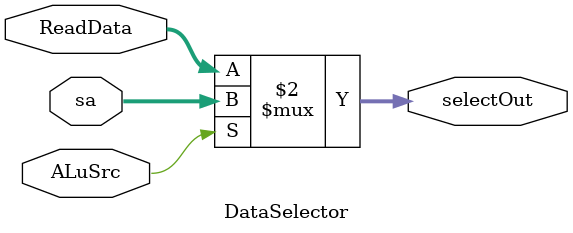
<source format=v>
`timescale 1ns / 1ps

//Ë«32Î»Êý¾ÝÑ¡ÔñÆ÷DataSelect
module DataSelector(
    input [31:0] ReadData,
    input [31:0] sa,
    input ALuSrc,
    output [31:0] selectOut
    );
    assign selectOut = (ALuSrc == 0)? ReadData: sa;
    endmodule

</source>
